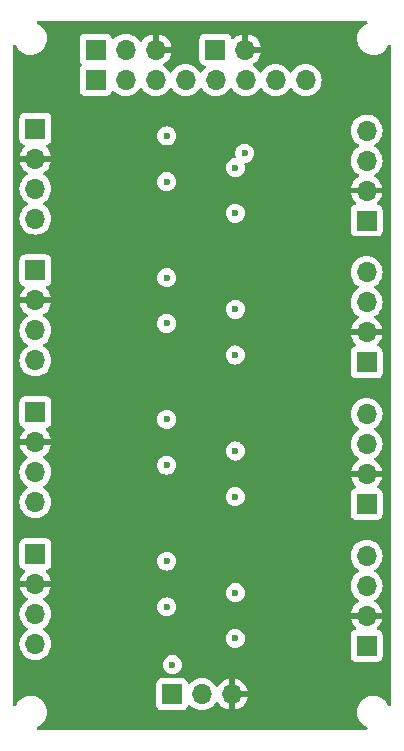
<source format=gbr>
%TF.GenerationSoftware,KiCad,Pcbnew,7.0.2-6a45011f42~172~ubuntu22.04.1*%
%TF.CreationDate,2023-05-19T09:40:27+01:00*%
%TF.ProjectId,octoHX711,6f63746f-4858-4373-9131-2e6b69636164,rev?*%
%TF.SameCoordinates,Original*%
%TF.FileFunction,Copper,L2,Inr*%
%TF.FilePolarity,Positive*%
%FSLAX46Y46*%
G04 Gerber Fmt 4.6, Leading zero omitted, Abs format (unit mm)*
G04 Created by KiCad (PCBNEW 7.0.2-6a45011f42~172~ubuntu22.04.1) date 2023-05-19 09:40:27*
%MOMM*%
%LPD*%
G01*
G04 APERTURE LIST*
%TA.AperFunction,ComponentPad*%
%ADD10R,1.700000X1.700000*%
%TD*%
%TA.AperFunction,ComponentPad*%
%ADD11O,1.700000X1.700000*%
%TD*%
%TA.AperFunction,ViaPad*%
%ADD12C,0.600000*%
%TD*%
G04 APERTURE END LIST*
D10*
%TO.N,/HX711_unit1/e+*%
%TO.C,J1*%
X126895000Y-74115000D03*
D11*
%TO.N,GND*%
X126895000Y-76655000D03*
%TO.N,/HX711_unit1/a-*%
X126895000Y-79195000D03*
%TO.N,/HX711_unit1/a+*%
X126895000Y-81735000D03*
%TD*%
D10*
%TO.N,/HX711_unit4/e+*%
%TO.C,J4*%
X126895000Y-110115000D03*
D11*
%TO.N,GND*%
X126895000Y-112655000D03*
%TO.N,/HX711_unit4/a-*%
X126895000Y-115195000D03*
%TO.N,/HX711_unit4/a+*%
X126895000Y-117735000D03*
%TD*%
D10*
%TO.N,/HX711_unit5/e+*%
%TO.C,J5*%
X154935000Y-117890000D03*
D11*
%TO.N,GND*%
X154935000Y-115350000D03*
%TO.N,/HX711_unit5/a-*%
X154935000Y-112810000D03*
%TO.N,/HX711_unit5/a+*%
X154935000Y-110270000D03*
%TD*%
D10*
%TO.N,/HX711_unit1/Sdat*%
%TO.C,J9*%
X132000000Y-70000000D03*
D11*
%TO.N,/HX711_unit2/Sdat*%
X134540000Y-70000000D03*
%TO.N,/HX711_unit3/Sdat*%
X137080000Y-70000000D03*
%TO.N,/HX711_unit4/Sdat*%
X139620000Y-70000000D03*
%TO.N,/HX711_unit5/Sdat*%
X142160000Y-70000000D03*
%TO.N,/HX711_unit8/Sdat*%
X144700000Y-70000000D03*
%TO.N,/HX711_unit6/Sdat*%
X147240000Y-70000000D03*
%TO.N,/HX711_unit7/Sdat*%
X149780000Y-70000000D03*
%TD*%
D10*
%TO.N,/HX711_unit2/e+*%
%TO.C,J2*%
X126895000Y-86115000D03*
D11*
%TO.N,GND*%
X126895000Y-88655000D03*
%TO.N,/HX711_unit2/a-*%
X126895000Y-91195000D03*
%TO.N,/HX711_unit2/a+*%
X126895000Y-93735000D03*
%TD*%
D10*
%TO.N,VDD*%
%TO.C,J10*%
X132000000Y-67415000D03*
D11*
%TO.N,Sclk*%
X134540000Y-67415000D03*
%TO.N,GND*%
X137080000Y-67415000D03*
%TD*%
D10*
%TO.N,/HX711_unit8/e+*%
%TO.C,J6*%
X154935000Y-105890000D03*
D11*
%TO.N,GND*%
X154935000Y-103350000D03*
%TO.N,/HX711_unit8/a-*%
X154935000Y-100810000D03*
%TO.N,/HX711_unit8/a+*%
X154935000Y-98270000D03*
%TD*%
D10*
%TO.N,VCC*%
%TO.C,J11*%
X142135000Y-67415000D03*
D11*
%TO.N,GND*%
X144675000Y-67415000D03*
%TD*%
D10*
%TO.N,/HX711_unit3/e+*%
%TO.C,J3*%
X126895000Y-98115000D03*
D11*
%TO.N,GND*%
X126895000Y-100655000D03*
%TO.N,/HX711_unit3/a-*%
X126895000Y-103195000D03*
%TO.N,/HX711_unit3/a+*%
X126895000Y-105735000D03*
%TD*%
D10*
%TO.N,/HX711_unit6/e+*%
%TO.C,J7*%
X154935000Y-93890000D03*
D11*
%TO.N,GND*%
X154935000Y-91350000D03*
%TO.N,/HX711_unit6/a-*%
X154935000Y-88810000D03*
%TO.N,/HX711_unit6/a+*%
X154935000Y-86270000D03*
%TD*%
D10*
%TO.N,VDD*%
%TO.C,J12*%
X138460000Y-122000000D03*
D11*
%TO.N,rate*%
X141000000Y-122000000D03*
%TO.N,GND*%
X143540000Y-122000000D03*
%TD*%
D10*
%TO.N,/HX711_unit7/e+*%
%TO.C,J8*%
X154935000Y-81890000D03*
D11*
%TO.N,GND*%
X154935000Y-79350000D03*
%TO.N,/HX711_unit7/a-*%
X154935000Y-76810000D03*
%TO.N,/HX711_unit7/a+*%
X154935000Y-74270000D03*
%TD*%
D12*
%TO.N,GND*%
X129000000Y-72500000D03*
X135695000Y-114255000D03*
X146135000Y-89750000D03*
X143835000Y-115950000D03*
X143835000Y-91950000D03*
X146135000Y-101750000D03*
X143835000Y-103950000D03*
X135695000Y-90255000D03*
X135695000Y-78255000D03*
X137995000Y-112055000D03*
X137995000Y-88055000D03*
X137995000Y-76055000D03*
X146135000Y-113750000D03*
X135695000Y-102255000D03*
X137995000Y-100055000D03*
X143835000Y-79950000D03*
X146135000Y-77750000D03*
%TO.N,VDD*%
X138500000Y-119500000D03*
%TO.N,/HX711_unit1/Sdat*%
X138000000Y-78600000D03*
%TO.N,Sclk*%
X144600000Y-76200000D03*
%TO.N,rate*%
X143816017Y-93276017D03*
X143816017Y-105276017D03*
X138013983Y-86728983D03*
X143816017Y-117276017D03*
X138013983Y-74728983D03*
X143816017Y-81276017D03*
X138013983Y-110728983D03*
X138013983Y-98728983D03*
%TO.N,/HX711_unit2/Sdat*%
X138000000Y-90600000D03*
%TO.N,/HX711_unit3/Sdat*%
X138000000Y-102600000D03*
%TO.N,/HX711_unit4/Sdat*%
X138000000Y-114600000D03*
%TO.N,/HX711_unit6/Sdat*%
X143830000Y-89405000D03*
%TO.N,/HX711_unit5/Sdat*%
X143830000Y-113405000D03*
%TO.N,/HX711_unit8/Sdat*%
X143830000Y-101405000D03*
%TO.N,/HX711_unit7/Sdat*%
X143830000Y-77405000D03*
%TD*%
%TA.AperFunction,Conductor*%
%TO.N,GND*%
G36*
X154955892Y-65030185D02*
G01*
X155001647Y-65082989D01*
X155011591Y-65152147D01*
X154982566Y-65215703D01*
X154944249Y-65245438D01*
X154878811Y-65278113D01*
X154786501Y-65324206D01*
X154603462Y-65457028D01*
X154444670Y-65618041D01*
X154314405Y-65802909D01*
X154216199Y-66006615D01*
X154152701Y-66223670D01*
X154125632Y-66448183D01*
X154125632Y-66448187D01*
X154125632Y-66448189D01*
X154129371Y-66531915D01*
X154135721Y-66674115D01*
X154182696Y-66895325D01*
X154241065Y-67044108D01*
X154265288Y-67105853D01*
X154381263Y-67299999D01*
X154527485Y-67472515D01*
X154700001Y-67618737D01*
X154894147Y-67734712D01*
X155104673Y-67817303D01*
X155325888Y-67864279D01*
X155551811Y-67874368D01*
X155776332Y-67847298D01*
X155993383Y-67783801D01*
X156197093Y-67685593D01*
X156381957Y-67555331D01*
X156542974Y-67396535D01*
X156675793Y-67213500D01*
X156754562Y-67055749D01*
X156802121Y-67004567D01*
X156869803Y-66987221D01*
X156936119Y-67009220D01*
X156980014Y-67063580D01*
X156989500Y-67111146D01*
X156989500Y-122888853D01*
X156969815Y-122955892D01*
X156917011Y-123001647D01*
X156847853Y-123011591D01*
X156784297Y-122982566D01*
X156754561Y-122944248D01*
X156754561Y-122944247D01*
X156675793Y-122786500D01*
X156542974Y-122603465D01*
X156381957Y-122444669D01*
X156197093Y-122314407D01*
X156197092Y-122314406D01*
X156197090Y-122314405D01*
X155993384Y-122216199D01*
X155776329Y-122152701D01*
X155551816Y-122125632D01*
X155551812Y-122125632D01*
X155551811Y-122125632D01*
X155426298Y-122131236D01*
X155325884Y-122135721D01*
X155104674Y-122182696D01*
X154894146Y-122265288D01*
X154700000Y-122381263D01*
X154527485Y-122527485D01*
X154381263Y-122700000D01*
X154265288Y-122894146D01*
X154182696Y-123104674D01*
X154135721Y-123325884D01*
X154125632Y-123551816D01*
X154152701Y-123776329D01*
X154216199Y-123993384D01*
X154314405Y-124197090D01*
X154314406Y-124197092D01*
X154314407Y-124197093D01*
X154444669Y-124381957D01*
X154603465Y-124542974D01*
X154786500Y-124675793D01*
X154944250Y-124754562D01*
X154995433Y-124802121D01*
X155012779Y-124869803D01*
X154990780Y-124936119D01*
X154936420Y-124980014D01*
X154888854Y-124989500D01*
X127111146Y-124989500D01*
X127044107Y-124969815D01*
X126998352Y-124917011D01*
X126988408Y-124847853D01*
X127017433Y-124784297D01*
X127055747Y-124754563D01*
X127213500Y-124675793D01*
X127396535Y-124542974D01*
X127555331Y-124381957D01*
X127685593Y-124197093D01*
X127783801Y-123993383D01*
X127847298Y-123776332D01*
X127874368Y-123551811D01*
X127864279Y-123325888D01*
X127817303Y-123104673D01*
X127734881Y-122894578D01*
X137109500Y-122894578D01*
X137109501Y-122897872D01*
X137109853Y-122901152D01*
X137109854Y-122901159D01*
X137115909Y-122957484D01*
X137128327Y-122990778D01*
X137166204Y-123092331D01*
X137252454Y-123207546D01*
X137367669Y-123293796D01*
X137502517Y-123344091D01*
X137562127Y-123350500D01*
X139357872Y-123350499D01*
X139417483Y-123344091D01*
X139552331Y-123293796D01*
X139667546Y-123207546D01*
X139753796Y-123092331D01*
X139802810Y-122960916D01*
X139844681Y-122904983D01*
X139910146Y-122880566D01*
X139978419Y-122895418D01*
X140006673Y-122916569D01*
X140128599Y-123038495D01*
X140322170Y-123174035D01*
X140536337Y-123273903D01*
X140764592Y-123335063D01*
X141000000Y-123355659D01*
X141235408Y-123335063D01*
X141463663Y-123273903D01*
X141677830Y-123174035D01*
X141871401Y-123038495D01*
X142038495Y-122871401D01*
X142168732Y-122685403D01*
X142223307Y-122641780D01*
X142292805Y-122634586D01*
X142355160Y-122666109D01*
X142371880Y-122685404D01*
X142501893Y-122871081D01*
X142668918Y-123038106D01*
X142862423Y-123173600D01*
X143076509Y-123273430D01*
X143290000Y-123330634D01*
X143290000Y-122435501D01*
X143397685Y-122484680D01*
X143504237Y-122500000D01*
X143575763Y-122500000D01*
X143682315Y-122484680D01*
X143790000Y-122435501D01*
X143790000Y-123330633D01*
X144003490Y-123273430D01*
X144217576Y-123173600D01*
X144411081Y-123038106D01*
X144578106Y-122871081D01*
X144713600Y-122677576D01*
X144813430Y-122463492D01*
X144870636Y-122250000D01*
X143973686Y-122250000D01*
X143999493Y-122209844D01*
X144040000Y-122071889D01*
X144040000Y-121928111D01*
X143999493Y-121790156D01*
X143973686Y-121750000D01*
X144870636Y-121750000D01*
X144870635Y-121749999D01*
X144813430Y-121536507D01*
X144713599Y-121322421D01*
X144578109Y-121128921D01*
X144411081Y-120961893D01*
X144217576Y-120826399D01*
X144003492Y-120726569D01*
X143790000Y-120669364D01*
X143790000Y-121564498D01*
X143682315Y-121515320D01*
X143575763Y-121500000D01*
X143504237Y-121500000D01*
X143397685Y-121515320D01*
X143290000Y-121564498D01*
X143290000Y-120669364D01*
X143289999Y-120669364D01*
X143076507Y-120726569D01*
X142862421Y-120826400D01*
X142668921Y-120961890D01*
X142501893Y-121128918D01*
X142371880Y-121314596D01*
X142317303Y-121358220D01*
X142247804Y-121365413D01*
X142185450Y-121333891D01*
X142168730Y-121314595D01*
X142038494Y-121128598D01*
X141871404Y-120961508D01*
X141871403Y-120961507D01*
X141871401Y-120961505D01*
X141677830Y-120825965D01*
X141463663Y-120726097D01*
X141402501Y-120709709D01*
X141235407Y-120664936D01*
X140999999Y-120644340D01*
X140764592Y-120664936D01*
X140536336Y-120726097D01*
X140322170Y-120825965D01*
X140128601Y-120961503D01*
X140006673Y-121083431D01*
X139945350Y-121116915D01*
X139875658Y-121111931D01*
X139819725Y-121070059D01*
X139802810Y-121039082D01*
X139774019Y-120961890D01*
X139753796Y-120907669D01*
X139667546Y-120792454D01*
X139552331Y-120706204D01*
X139417483Y-120655909D01*
X139357873Y-120649500D01*
X139354550Y-120649500D01*
X137565439Y-120649500D01*
X137565420Y-120649500D01*
X137562128Y-120649501D01*
X137558848Y-120649853D01*
X137558840Y-120649854D01*
X137502515Y-120655909D01*
X137367669Y-120706204D01*
X137252454Y-120792454D01*
X137166204Y-120907668D01*
X137145980Y-120961893D01*
X137115909Y-121042517D01*
X137109500Y-121102127D01*
X137109500Y-121105448D01*
X137109500Y-121105449D01*
X137109500Y-122894560D01*
X137109500Y-122894578D01*
X127734881Y-122894578D01*
X127734712Y-122894147D01*
X127618737Y-122700001D01*
X127472515Y-122527485D01*
X127299999Y-122381263D01*
X127105853Y-122265288D01*
X127050519Y-122243580D01*
X126895325Y-122182696D01*
X126674115Y-122135721D01*
X126598804Y-122132357D01*
X126448189Y-122125632D01*
X126448187Y-122125632D01*
X126448183Y-122125632D01*
X126223670Y-122152701D01*
X126006615Y-122216199D01*
X125802909Y-122314405D01*
X125618041Y-122444670D01*
X125457028Y-122603462D01*
X125324206Y-122786501D01*
X125245439Y-122944247D01*
X125197879Y-122995431D01*
X125130196Y-123012777D01*
X125063880Y-122990778D01*
X125019986Y-122936418D01*
X125010500Y-122888852D01*
X125010500Y-119500000D01*
X137694434Y-119500000D01*
X137714631Y-119679251D01*
X137714631Y-119679253D01*
X137714632Y-119679255D01*
X137774211Y-119849522D01*
X137774212Y-119849523D01*
X137870185Y-120002264D01*
X137997735Y-120129814D01*
X137997737Y-120129815D01*
X137997738Y-120129816D01*
X138150478Y-120225789D01*
X138320745Y-120285368D01*
X138455186Y-120300515D01*
X138499999Y-120305565D01*
X138499999Y-120305564D01*
X138500000Y-120305565D01*
X138679255Y-120285368D01*
X138849522Y-120225789D01*
X139002262Y-120129816D01*
X139129816Y-120002262D01*
X139225789Y-119849522D01*
X139285368Y-119679255D01*
X139305565Y-119500000D01*
X139285368Y-119320745D01*
X139225789Y-119150478D01*
X139129816Y-118997738D01*
X139129815Y-118997737D01*
X139129814Y-118997735D01*
X139002264Y-118870185D01*
X138939867Y-118830979D01*
X138849522Y-118774211D01*
X138679255Y-118714632D01*
X138679253Y-118714631D01*
X138679251Y-118714631D01*
X138500000Y-118694434D01*
X138320748Y-118714631D01*
X138320745Y-118714631D01*
X138320745Y-118714632D01*
X138150478Y-118774211D01*
X138150476Y-118774211D01*
X138150476Y-118774212D01*
X137997735Y-118870185D01*
X137870185Y-118997735D01*
X137774212Y-119150476D01*
X137714631Y-119320748D01*
X137694434Y-119500000D01*
X125010500Y-119500000D01*
X125010500Y-117735000D01*
X125539340Y-117735000D01*
X125559936Y-117970407D01*
X125604709Y-118137502D01*
X125621097Y-118198663D01*
X125720965Y-118412830D01*
X125856505Y-118606401D01*
X126023599Y-118773495D01*
X126217170Y-118909035D01*
X126431337Y-119008903D01*
X126659592Y-119070063D01*
X126894999Y-119090659D01*
X126894999Y-119090658D01*
X126895000Y-119090659D01*
X127130408Y-119070063D01*
X127358663Y-119008903D01*
X127572830Y-118909035D01*
X127766401Y-118773495D01*
X127933495Y-118606401D01*
X128069035Y-118412830D01*
X128168903Y-118198663D01*
X128230063Y-117970408D01*
X128250659Y-117735000D01*
X128230063Y-117499592D01*
X128170157Y-117276016D01*
X143010451Y-117276016D01*
X143030648Y-117455268D01*
X143030648Y-117455270D01*
X143030649Y-117455272D01*
X143090228Y-117625539D01*
X143090229Y-117625540D01*
X143186202Y-117778281D01*
X143313752Y-117905831D01*
X143313754Y-117905832D01*
X143313755Y-117905833D01*
X143466495Y-118001806D01*
X143636762Y-118061385D01*
X143816017Y-118081582D01*
X143995272Y-118061385D01*
X144165539Y-118001806D01*
X144318279Y-117905833D01*
X144445833Y-117778279D01*
X144541806Y-117625539D01*
X144601385Y-117455272D01*
X144621582Y-117276017D01*
X144601385Y-117096762D01*
X144541806Y-116926495D01*
X144445833Y-116773755D01*
X144445832Y-116773754D01*
X144445831Y-116773752D01*
X144318281Y-116646202D01*
X144191555Y-116566575D01*
X144165539Y-116550228D01*
X143995272Y-116490649D01*
X143995270Y-116490648D01*
X143995268Y-116490648D01*
X143816017Y-116470451D01*
X143636765Y-116490648D01*
X143636762Y-116490648D01*
X143636762Y-116490649D01*
X143466495Y-116550228D01*
X143466493Y-116550228D01*
X143466493Y-116550229D01*
X143313752Y-116646202D01*
X143186202Y-116773752D01*
X143129748Y-116863599D01*
X143090228Y-116926495D01*
X143030649Y-117096762D01*
X143030648Y-117096765D01*
X143010451Y-117276016D01*
X128170157Y-117276016D01*
X128168903Y-117271337D01*
X128069035Y-117057171D01*
X127933495Y-116863599D01*
X127766401Y-116696505D01*
X127580839Y-116566573D01*
X127537216Y-116511998D01*
X127530022Y-116442500D01*
X127561545Y-116380145D01*
X127580837Y-116363428D01*
X127766401Y-116233495D01*
X127933495Y-116066401D01*
X128069035Y-115872830D01*
X128168903Y-115658663D01*
X128230063Y-115430408D01*
X128250659Y-115195000D01*
X128230063Y-114959592D01*
X128168903Y-114731337D01*
X128107659Y-114599999D01*
X137194434Y-114599999D01*
X137214631Y-114779251D01*
X137214631Y-114779253D01*
X137214632Y-114779255D01*
X137274211Y-114949522D01*
X137317994Y-115019202D01*
X137370185Y-115102264D01*
X137497735Y-115229814D01*
X137497737Y-115229815D01*
X137497738Y-115229816D01*
X137650478Y-115325789D01*
X137820745Y-115385368D01*
X137955186Y-115400515D01*
X137999999Y-115405565D01*
X137999999Y-115405564D01*
X138000000Y-115405565D01*
X138179255Y-115385368D01*
X138349522Y-115325789D01*
X138502262Y-115229816D01*
X138629816Y-115102262D01*
X138725789Y-114949522D01*
X138785368Y-114779255D01*
X138805565Y-114600000D01*
X138785368Y-114420745D01*
X138725789Y-114250478D01*
X138629816Y-114097738D01*
X138629815Y-114097737D01*
X138629814Y-114097735D01*
X138502264Y-113970185D01*
X138439867Y-113930979D01*
X138349522Y-113874211D01*
X138179255Y-113814632D01*
X138179253Y-113814631D01*
X138179251Y-113814631D01*
X138000000Y-113794434D01*
X137820748Y-113814631D01*
X137820745Y-113814631D01*
X137820745Y-113814632D01*
X137650478Y-113874211D01*
X137650476Y-113874211D01*
X137650476Y-113874212D01*
X137497735Y-113970185D01*
X137370185Y-114097735D01*
X137299290Y-114210565D01*
X137274211Y-114250478D01*
X137252721Y-114311893D01*
X137214631Y-114420748D01*
X137194434Y-114599999D01*
X128107659Y-114599999D01*
X128069035Y-114517171D01*
X127933495Y-114323599D01*
X127766401Y-114156505D01*
X127580402Y-114026267D01*
X127536780Y-113971692D01*
X127529587Y-113902193D01*
X127561109Y-113839839D01*
X127580405Y-113823119D01*
X127766078Y-113693109D01*
X127933106Y-113526081D01*
X128017888Y-113405000D01*
X143024434Y-113405000D01*
X143044631Y-113584251D01*
X143044631Y-113584253D01*
X143044632Y-113584255D01*
X143104211Y-113754522D01*
X143129290Y-113794435D01*
X143200185Y-113907264D01*
X143327735Y-114034814D01*
X143327737Y-114034815D01*
X143327738Y-114034816D01*
X143480478Y-114130789D01*
X143650745Y-114190368D01*
X143830000Y-114210565D01*
X144009255Y-114190368D01*
X144179522Y-114130789D01*
X144332262Y-114034816D01*
X144459816Y-113907262D01*
X144555789Y-113754522D01*
X144615368Y-113584255D01*
X144635565Y-113405000D01*
X144615368Y-113225745D01*
X144555789Y-113055478D01*
X144459816Y-112902738D01*
X144459815Y-112902737D01*
X144459814Y-112902735D01*
X144367078Y-112809999D01*
X153579340Y-112809999D01*
X153599936Y-113045407D01*
X153644709Y-113212501D01*
X153661097Y-113273663D01*
X153760965Y-113487830D01*
X153896505Y-113681401D01*
X154063599Y-113848495D01*
X154249596Y-113978732D01*
X154293219Y-114033307D01*
X154300412Y-114102806D01*
X154268890Y-114165160D01*
X154249595Y-114181880D01*
X154063919Y-114311892D01*
X153896890Y-114478921D01*
X153761400Y-114672421D01*
X153661569Y-114886507D01*
X153604364Y-115099999D01*
X153604364Y-115100000D01*
X154501314Y-115100000D01*
X154475507Y-115140156D01*
X154435000Y-115278111D01*
X154435000Y-115421889D01*
X154475507Y-115559844D01*
X154501314Y-115600000D01*
X153604364Y-115600000D01*
X153661569Y-115813492D01*
X153761399Y-116027576D01*
X153896893Y-116221081D01*
X154018946Y-116343134D01*
X154052431Y-116404457D01*
X154047447Y-116474149D01*
X154005575Y-116530082D01*
X153974599Y-116546997D01*
X153842669Y-116596204D01*
X153727454Y-116682454D01*
X153641204Y-116797668D01*
X153590910Y-116932515D01*
X153590909Y-116932517D01*
X153584500Y-116992127D01*
X153584500Y-116995448D01*
X153584500Y-116995449D01*
X153584500Y-118784560D01*
X153584500Y-118784578D01*
X153584501Y-118787872D01*
X153590909Y-118847483D01*
X153641204Y-118982331D01*
X153727454Y-119097546D01*
X153842669Y-119183796D01*
X153977517Y-119234091D01*
X154037127Y-119240500D01*
X155832872Y-119240499D01*
X155892483Y-119234091D01*
X156027331Y-119183796D01*
X156142546Y-119097546D01*
X156228796Y-118982331D01*
X156279091Y-118847483D01*
X156285500Y-118787873D01*
X156285499Y-116992128D01*
X156279091Y-116932517D01*
X156228796Y-116797669D01*
X156142546Y-116682454D01*
X156027331Y-116596204D01*
X155895399Y-116546996D01*
X155839467Y-116505125D01*
X155815050Y-116439661D01*
X155829902Y-116371388D01*
X155851053Y-116343133D01*
X155973109Y-116221077D01*
X156108600Y-116027576D01*
X156208430Y-115813492D01*
X156265636Y-115600000D01*
X155368686Y-115600000D01*
X155394493Y-115559844D01*
X155435000Y-115421889D01*
X155435000Y-115278111D01*
X155394493Y-115140156D01*
X155368686Y-115100000D01*
X156265636Y-115100000D01*
X156265635Y-115099999D01*
X156208430Y-114886507D01*
X156108599Y-114672421D01*
X155973109Y-114478921D01*
X155806081Y-114311893D01*
X155620404Y-114181880D01*
X155576780Y-114127303D01*
X155569587Y-114057804D01*
X155601109Y-113995450D01*
X155620399Y-113978734D01*
X155806401Y-113848495D01*
X155973495Y-113681401D01*
X156109035Y-113487830D01*
X156208903Y-113273663D01*
X156270063Y-113045408D01*
X156290659Y-112810000D01*
X156274003Y-112619631D01*
X156270063Y-112574592D01*
X156235381Y-112445156D01*
X156208903Y-112346337D01*
X156109035Y-112132171D01*
X155973495Y-111938599D01*
X155806401Y-111771505D01*
X155620839Y-111641573D01*
X155577216Y-111586998D01*
X155570022Y-111517500D01*
X155601545Y-111455145D01*
X155620837Y-111438428D01*
X155806401Y-111308495D01*
X155973495Y-111141401D01*
X156109035Y-110947830D01*
X156208903Y-110733663D01*
X156270063Y-110505408D01*
X156290659Y-110270000D01*
X156270063Y-110034592D01*
X156208903Y-109806337D01*
X156109035Y-109592171D01*
X155973495Y-109398599D01*
X155806401Y-109231505D01*
X155612830Y-109095965D01*
X155398663Y-108996097D01*
X155337502Y-108979709D01*
X155170407Y-108934936D01*
X154935000Y-108914340D01*
X154699592Y-108934936D01*
X154471336Y-108996097D01*
X154257170Y-109095965D01*
X154063598Y-109231505D01*
X153896505Y-109398598D01*
X153760965Y-109592170D01*
X153661097Y-109806336D01*
X153599936Y-110034592D01*
X153579340Y-110270000D01*
X153599936Y-110505407D01*
X153611812Y-110549728D01*
X153661097Y-110733663D01*
X153760965Y-110947830D01*
X153896505Y-111141401D01*
X154063599Y-111308495D01*
X154249160Y-111438426D01*
X154292783Y-111493002D01*
X154299976Y-111562501D01*
X154268454Y-111624855D01*
X154249159Y-111641575D01*
X154063595Y-111771508D01*
X153896505Y-111938598D01*
X153760965Y-112132170D01*
X153661097Y-112346336D01*
X153599936Y-112574592D01*
X153579340Y-112809999D01*
X144367078Y-112809999D01*
X144332264Y-112775185D01*
X144255401Y-112726889D01*
X144179522Y-112679211D01*
X144009255Y-112619632D01*
X144009253Y-112619631D01*
X144009251Y-112619631D01*
X143830000Y-112599434D01*
X143650748Y-112619631D01*
X143650745Y-112619631D01*
X143650745Y-112619632D01*
X143480478Y-112679211D01*
X143480476Y-112679211D01*
X143480476Y-112679212D01*
X143327735Y-112775185D01*
X143200185Y-112902735D01*
X143110539Y-113045407D01*
X143104211Y-113055478D01*
X143069387Y-113155000D01*
X143044631Y-113225748D01*
X143024434Y-113405000D01*
X128017888Y-113405000D01*
X128068600Y-113332576D01*
X128168430Y-113118492D01*
X128225636Y-112905000D01*
X127328686Y-112905000D01*
X127354493Y-112864844D01*
X127395000Y-112726889D01*
X127395000Y-112583111D01*
X127354493Y-112445156D01*
X127328686Y-112405000D01*
X128225636Y-112405000D01*
X128225635Y-112404999D01*
X128168430Y-112191507D01*
X128068599Y-111977421D01*
X127933109Y-111783921D01*
X127811053Y-111661865D01*
X127777568Y-111600542D01*
X127782552Y-111530850D01*
X127824424Y-111474917D01*
X127855397Y-111458004D01*
X127987331Y-111408796D01*
X128102546Y-111322546D01*
X128188796Y-111207331D01*
X128239091Y-111072483D01*
X128245500Y-111012873D01*
X128245500Y-110728983D01*
X137208417Y-110728983D01*
X137228614Y-110908234D01*
X137228614Y-110908236D01*
X137228615Y-110908238D01*
X137288194Y-111078505D01*
X137288195Y-111078506D01*
X137384168Y-111231247D01*
X137511718Y-111358797D01*
X137511720Y-111358798D01*
X137511721Y-111358799D01*
X137664461Y-111454772D01*
X137834728Y-111514351D01*
X138013983Y-111534548D01*
X138193238Y-111514351D01*
X138363505Y-111454772D01*
X138516245Y-111358799D01*
X138643799Y-111231245D01*
X138739772Y-111078505D01*
X138799351Y-110908238D01*
X138819548Y-110728983D01*
X138799351Y-110549728D01*
X138739772Y-110379461D01*
X138643799Y-110226721D01*
X138643798Y-110226720D01*
X138643797Y-110226718D01*
X138516247Y-110099168D01*
X138453850Y-110059962D01*
X138363505Y-110003194D01*
X138193238Y-109943615D01*
X138193236Y-109943614D01*
X138193234Y-109943614D01*
X138013983Y-109923417D01*
X137834731Y-109943614D01*
X137834728Y-109943614D01*
X137834728Y-109943615D01*
X137664461Y-110003194D01*
X137664459Y-110003194D01*
X137664459Y-110003195D01*
X137511718Y-110099168D01*
X137384168Y-110226718D01*
X137288195Y-110379459D01*
X137228614Y-110549731D01*
X137208417Y-110728983D01*
X128245500Y-110728983D01*
X128245499Y-109217128D01*
X128239091Y-109157517D01*
X128188796Y-109022669D01*
X128102546Y-108907454D01*
X127987331Y-108821204D01*
X127852483Y-108770909D01*
X127792873Y-108764500D01*
X127789550Y-108764500D01*
X126000439Y-108764500D01*
X126000420Y-108764500D01*
X125997128Y-108764501D01*
X125993848Y-108764853D01*
X125993840Y-108764854D01*
X125937515Y-108770909D01*
X125802669Y-108821204D01*
X125687454Y-108907454D01*
X125601204Y-109022668D01*
X125550910Y-109157515D01*
X125550909Y-109157517D01*
X125544500Y-109217127D01*
X125544500Y-109220448D01*
X125544500Y-109220449D01*
X125544500Y-111009560D01*
X125544500Y-111009578D01*
X125544501Y-111012872D01*
X125550909Y-111072483D01*
X125601204Y-111207331D01*
X125687454Y-111322546D01*
X125802669Y-111408796D01*
X125934598Y-111458002D01*
X125990532Y-111499873D01*
X126014949Y-111565337D01*
X126000097Y-111633610D01*
X125978947Y-111661865D01*
X125856888Y-111783924D01*
X125721400Y-111977421D01*
X125621569Y-112191507D01*
X125564364Y-112404999D01*
X125564364Y-112405000D01*
X126461314Y-112405000D01*
X126435507Y-112445156D01*
X126395000Y-112583111D01*
X126395000Y-112726889D01*
X126435507Y-112864844D01*
X126461314Y-112905000D01*
X125564364Y-112905000D01*
X125621569Y-113118492D01*
X125721399Y-113332576D01*
X125856893Y-113526081D01*
X126023918Y-113693106D01*
X126209595Y-113823119D01*
X126253219Y-113877696D01*
X126260412Y-113947195D01*
X126228890Y-114009549D01*
X126209595Y-114026269D01*
X126023595Y-114156508D01*
X125856505Y-114323598D01*
X125720965Y-114517170D01*
X125621097Y-114731336D01*
X125559936Y-114959592D01*
X125539340Y-115195000D01*
X125559936Y-115430407D01*
X125594619Y-115559844D01*
X125621097Y-115658663D01*
X125720965Y-115872830D01*
X125856505Y-116066401D01*
X126023599Y-116233495D01*
X126209160Y-116363426D01*
X126252783Y-116418002D01*
X126259976Y-116487501D01*
X126228454Y-116549855D01*
X126209158Y-116566575D01*
X126095440Y-116646202D01*
X126023595Y-116696508D01*
X125856505Y-116863598D01*
X125720965Y-117057170D01*
X125621097Y-117271336D01*
X125559936Y-117499592D01*
X125539340Y-117735000D01*
X125010500Y-117735000D01*
X125010500Y-105734999D01*
X125539340Y-105734999D01*
X125559936Y-105970407D01*
X125604709Y-106137501D01*
X125621097Y-106198663D01*
X125720965Y-106412830D01*
X125856505Y-106606401D01*
X126023599Y-106773495D01*
X126217170Y-106909035D01*
X126431337Y-107008903D01*
X126659592Y-107070063D01*
X126895000Y-107090659D01*
X127130408Y-107070063D01*
X127358663Y-107008903D01*
X127572830Y-106909035D01*
X127766401Y-106773495D01*
X127933495Y-106606401D01*
X128069035Y-106412830D01*
X128168903Y-106198663D01*
X128230063Y-105970408D01*
X128250659Y-105735000D01*
X128230063Y-105499592D01*
X128170157Y-105276016D01*
X143010451Y-105276016D01*
X143030648Y-105455268D01*
X143030648Y-105455270D01*
X143030649Y-105455272D01*
X143090228Y-105625539D01*
X143090229Y-105625540D01*
X143186202Y-105778281D01*
X143313752Y-105905831D01*
X143313754Y-105905832D01*
X143313755Y-105905833D01*
X143466495Y-106001806D01*
X143636762Y-106061385D01*
X143816017Y-106081582D01*
X143995272Y-106061385D01*
X144165539Y-106001806D01*
X144318279Y-105905833D01*
X144445833Y-105778279D01*
X144541806Y-105625539D01*
X144601385Y-105455272D01*
X144621582Y-105276017D01*
X144601385Y-105096762D01*
X144541806Y-104926495D01*
X144445833Y-104773755D01*
X144445832Y-104773754D01*
X144445831Y-104773752D01*
X144318281Y-104646202D01*
X144191555Y-104566575D01*
X144165539Y-104550228D01*
X143995272Y-104490649D01*
X143995270Y-104490648D01*
X143995268Y-104490648D01*
X143816017Y-104470451D01*
X143636765Y-104490648D01*
X143636762Y-104490648D01*
X143636762Y-104490649D01*
X143466495Y-104550228D01*
X143466493Y-104550228D01*
X143466493Y-104550229D01*
X143313752Y-104646202D01*
X143186202Y-104773752D01*
X143129748Y-104863599D01*
X143090228Y-104926495D01*
X143030649Y-105096762D01*
X143030648Y-105096765D01*
X143010451Y-105276016D01*
X128170157Y-105276016D01*
X128168903Y-105271337D01*
X128069035Y-105057171D01*
X127933495Y-104863599D01*
X127766401Y-104696505D01*
X127580839Y-104566573D01*
X127537216Y-104511998D01*
X127530022Y-104442500D01*
X127561545Y-104380145D01*
X127580837Y-104363428D01*
X127766401Y-104233495D01*
X127933495Y-104066401D01*
X128069035Y-103872830D01*
X128168903Y-103658663D01*
X128230063Y-103430408D01*
X128250659Y-103195000D01*
X128242545Y-103102264D01*
X128230063Y-102959592D01*
X128181741Y-102779251D01*
X128168903Y-102731337D01*
X128107659Y-102599999D01*
X137194434Y-102599999D01*
X137214631Y-102779251D01*
X137214631Y-102779253D01*
X137214632Y-102779255D01*
X137274211Y-102949522D01*
X137317994Y-103019202D01*
X137370185Y-103102264D01*
X137497735Y-103229814D01*
X137497737Y-103229815D01*
X137497738Y-103229816D01*
X137650478Y-103325789D01*
X137820745Y-103385368D01*
X137955186Y-103400515D01*
X137999999Y-103405565D01*
X137999999Y-103405564D01*
X138000000Y-103405565D01*
X138179255Y-103385368D01*
X138349522Y-103325789D01*
X138502262Y-103229816D01*
X138629816Y-103102262D01*
X138725789Y-102949522D01*
X138785368Y-102779255D01*
X138805565Y-102600000D01*
X138785368Y-102420745D01*
X138725789Y-102250478D01*
X138629816Y-102097738D01*
X138629815Y-102097737D01*
X138629814Y-102097735D01*
X138502264Y-101970185D01*
X138439867Y-101930978D01*
X138349522Y-101874211D01*
X138179255Y-101814632D01*
X138179253Y-101814631D01*
X138179251Y-101814631D01*
X138000000Y-101794434D01*
X137820748Y-101814631D01*
X137820745Y-101814631D01*
X137820745Y-101814632D01*
X137650478Y-101874211D01*
X137650476Y-101874211D01*
X137650476Y-101874212D01*
X137497735Y-101970185D01*
X137370185Y-102097735D01*
X137299290Y-102210565D01*
X137274211Y-102250478D01*
X137252721Y-102311893D01*
X137214631Y-102420748D01*
X137194434Y-102599999D01*
X128107659Y-102599999D01*
X128069035Y-102517171D01*
X127933495Y-102323599D01*
X127766401Y-102156505D01*
X127580402Y-102026267D01*
X127536780Y-101971692D01*
X127529587Y-101902193D01*
X127561109Y-101839839D01*
X127580405Y-101823119D01*
X127766078Y-101693109D01*
X127933106Y-101526081D01*
X128017888Y-101405000D01*
X143024434Y-101405000D01*
X143044631Y-101584251D01*
X143044631Y-101584253D01*
X143044632Y-101584255D01*
X143104211Y-101754522D01*
X143129290Y-101794435D01*
X143200185Y-101907264D01*
X143327735Y-102034814D01*
X143327737Y-102034815D01*
X143327738Y-102034816D01*
X143480478Y-102130789D01*
X143650745Y-102190368D01*
X143830000Y-102210565D01*
X144009255Y-102190368D01*
X144179522Y-102130789D01*
X144332262Y-102034816D01*
X144459816Y-101907262D01*
X144555789Y-101754522D01*
X144615368Y-101584255D01*
X144635565Y-101405000D01*
X144615368Y-101225745D01*
X144555789Y-101055478D01*
X144459816Y-100902738D01*
X144459815Y-100902737D01*
X144459814Y-100902735D01*
X144367079Y-100810000D01*
X153579340Y-100810000D01*
X153599936Y-101045407D01*
X153644709Y-101212501D01*
X153661097Y-101273663D01*
X153760965Y-101487830D01*
X153896505Y-101681401D01*
X154063599Y-101848495D01*
X154249596Y-101978732D01*
X154293219Y-102033307D01*
X154300412Y-102102806D01*
X154268890Y-102165160D01*
X154249595Y-102181880D01*
X154063919Y-102311892D01*
X153896890Y-102478921D01*
X153761400Y-102672421D01*
X153661569Y-102886507D01*
X153604364Y-103099999D01*
X153604364Y-103100000D01*
X154501314Y-103100000D01*
X154475507Y-103140156D01*
X154435000Y-103278111D01*
X154435000Y-103421889D01*
X154475507Y-103559844D01*
X154501314Y-103600000D01*
X153604364Y-103600000D01*
X153661569Y-103813492D01*
X153761399Y-104027576D01*
X153896893Y-104221081D01*
X154018946Y-104343134D01*
X154052431Y-104404457D01*
X154047447Y-104474149D01*
X154005575Y-104530082D01*
X153974599Y-104546997D01*
X153842669Y-104596204D01*
X153727454Y-104682454D01*
X153641204Y-104797668D01*
X153590910Y-104932515D01*
X153590909Y-104932517D01*
X153584500Y-104992127D01*
X153584500Y-104995448D01*
X153584500Y-104995449D01*
X153584500Y-106784560D01*
X153584500Y-106784578D01*
X153584501Y-106787872D01*
X153590909Y-106847483D01*
X153641204Y-106982331D01*
X153727454Y-107097546D01*
X153842669Y-107183796D01*
X153977517Y-107234091D01*
X154037127Y-107240500D01*
X155832872Y-107240499D01*
X155892483Y-107234091D01*
X156027331Y-107183796D01*
X156142546Y-107097546D01*
X156228796Y-106982331D01*
X156279091Y-106847483D01*
X156285500Y-106787873D01*
X156285499Y-104992128D01*
X156279091Y-104932517D01*
X156228796Y-104797669D01*
X156142546Y-104682454D01*
X156027331Y-104596204D01*
X155895399Y-104546996D01*
X155839467Y-104505125D01*
X155815050Y-104439661D01*
X155829902Y-104371388D01*
X155851053Y-104343133D01*
X155973109Y-104221077D01*
X156108600Y-104027576D01*
X156208430Y-103813492D01*
X156265636Y-103600000D01*
X155368686Y-103600000D01*
X155394493Y-103559844D01*
X155435000Y-103421889D01*
X155435000Y-103278111D01*
X155394493Y-103140156D01*
X155368686Y-103100000D01*
X156265636Y-103100000D01*
X156265635Y-103099999D01*
X156208430Y-102886507D01*
X156108599Y-102672421D01*
X155973109Y-102478921D01*
X155806081Y-102311893D01*
X155620404Y-102181880D01*
X155576780Y-102127303D01*
X155569587Y-102057804D01*
X155601109Y-101995450D01*
X155620399Y-101978734D01*
X155806401Y-101848495D01*
X155973495Y-101681401D01*
X156109035Y-101487830D01*
X156208903Y-101273663D01*
X156270063Y-101045408D01*
X156290659Y-100810000D01*
X156270063Y-100574592D01*
X156208903Y-100346337D01*
X156109035Y-100132171D01*
X155973495Y-99938599D01*
X155806401Y-99771505D01*
X155620839Y-99641573D01*
X155577216Y-99586998D01*
X155570022Y-99517500D01*
X155601545Y-99455145D01*
X155620837Y-99438428D01*
X155806401Y-99308495D01*
X155973495Y-99141401D01*
X156109035Y-98947830D01*
X156208903Y-98733663D01*
X156270063Y-98505408D01*
X156290659Y-98270000D01*
X156286872Y-98226721D01*
X156270063Y-98034592D01*
X156240274Y-97923417D01*
X156208903Y-97806337D01*
X156109035Y-97592171D01*
X155973495Y-97398599D01*
X155806401Y-97231505D01*
X155612830Y-97095965D01*
X155398663Y-96996097D01*
X155337502Y-96979709D01*
X155170407Y-96934936D01*
X154934999Y-96914340D01*
X154699592Y-96934936D01*
X154471336Y-96996097D01*
X154257170Y-97095965D01*
X154063598Y-97231505D01*
X153896505Y-97398598D01*
X153760965Y-97592170D01*
X153661097Y-97806336D01*
X153599936Y-98034592D01*
X153579340Y-98270000D01*
X153599936Y-98505407D01*
X153611812Y-98549728D01*
X153661097Y-98733663D01*
X153760965Y-98947830D01*
X153896505Y-99141401D01*
X154063599Y-99308495D01*
X154249160Y-99438426D01*
X154292783Y-99493002D01*
X154299976Y-99562501D01*
X154268454Y-99624855D01*
X154249159Y-99641575D01*
X154063595Y-99771508D01*
X153896505Y-99938598D01*
X153760965Y-100132170D01*
X153661097Y-100346336D01*
X153599936Y-100574592D01*
X153579340Y-100810000D01*
X144367079Y-100810000D01*
X144332264Y-100775185D01*
X144255401Y-100726889D01*
X144179522Y-100679211D01*
X144009255Y-100619632D01*
X144009253Y-100619631D01*
X144009251Y-100619631D01*
X143830000Y-100599434D01*
X143650748Y-100619631D01*
X143650745Y-100619631D01*
X143650745Y-100619632D01*
X143480478Y-100679211D01*
X143480476Y-100679211D01*
X143480476Y-100679212D01*
X143327735Y-100775185D01*
X143200185Y-100902735D01*
X143110539Y-101045407D01*
X143104211Y-101055478D01*
X143069387Y-101155000D01*
X143044631Y-101225748D01*
X143024434Y-101405000D01*
X128017888Y-101405000D01*
X128068600Y-101332576D01*
X128168430Y-101118492D01*
X128225636Y-100905000D01*
X127328686Y-100905000D01*
X127354493Y-100864844D01*
X127395000Y-100726889D01*
X127395000Y-100583111D01*
X127354493Y-100445156D01*
X127328686Y-100405000D01*
X128225636Y-100405000D01*
X128225635Y-100404999D01*
X128168430Y-100191507D01*
X128068599Y-99977421D01*
X127933109Y-99783921D01*
X127811053Y-99661865D01*
X127777568Y-99600542D01*
X127782552Y-99530850D01*
X127824424Y-99474917D01*
X127855397Y-99458004D01*
X127987331Y-99408796D01*
X128102546Y-99322546D01*
X128188796Y-99207331D01*
X128239091Y-99072483D01*
X128245500Y-99012873D01*
X128245500Y-98728983D01*
X137208417Y-98728983D01*
X137228614Y-98908234D01*
X137228614Y-98908236D01*
X137228615Y-98908238D01*
X137288194Y-99078505D01*
X137288195Y-99078506D01*
X137384168Y-99231247D01*
X137511718Y-99358797D01*
X137511720Y-99358798D01*
X137511721Y-99358799D01*
X137664461Y-99454772D01*
X137834728Y-99514351D01*
X138013983Y-99534548D01*
X138193238Y-99514351D01*
X138363505Y-99454772D01*
X138516245Y-99358799D01*
X138643799Y-99231245D01*
X138739772Y-99078505D01*
X138799351Y-98908238D01*
X138819548Y-98728983D01*
X138799351Y-98549728D01*
X138739772Y-98379461D01*
X138643799Y-98226721D01*
X138643798Y-98226720D01*
X138643797Y-98226718D01*
X138516247Y-98099168D01*
X138453850Y-98059961D01*
X138363505Y-98003194D01*
X138193238Y-97943615D01*
X138193236Y-97943614D01*
X138193234Y-97943614D01*
X138013983Y-97923417D01*
X137834731Y-97943614D01*
X137834728Y-97943614D01*
X137834728Y-97943615D01*
X137664461Y-98003194D01*
X137664459Y-98003194D01*
X137664459Y-98003195D01*
X137511718Y-98099168D01*
X137384168Y-98226718D01*
X137288195Y-98379459D01*
X137228614Y-98549731D01*
X137208417Y-98728983D01*
X128245500Y-98728983D01*
X128245499Y-97217128D01*
X128239091Y-97157517D01*
X128188796Y-97022669D01*
X128102546Y-96907454D01*
X127987331Y-96821204D01*
X127852483Y-96770909D01*
X127792873Y-96764500D01*
X127789550Y-96764500D01*
X126000439Y-96764500D01*
X126000420Y-96764500D01*
X125997128Y-96764501D01*
X125993848Y-96764853D01*
X125993840Y-96764854D01*
X125937515Y-96770909D01*
X125802669Y-96821204D01*
X125687454Y-96907454D01*
X125601204Y-97022668D01*
X125550910Y-97157515D01*
X125550909Y-97157517D01*
X125544500Y-97217127D01*
X125544500Y-97220448D01*
X125544500Y-97220449D01*
X125544500Y-99009560D01*
X125544500Y-99009578D01*
X125544501Y-99012872D01*
X125550909Y-99072483D01*
X125601204Y-99207331D01*
X125687454Y-99322546D01*
X125802669Y-99408796D01*
X125934598Y-99458002D01*
X125990532Y-99499873D01*
X126014949Y-99565337D01*
X126000097Y-99633610D01*
X125978947Y-99661865D01*
X125856888Y-99783924D01*
X125721400Y-99977421D01*
X125621569Y-100191507D01*
X125564364Y-100404999D01*
X125564364Y-100405000D01*
X126461314Y-100405000D01*
X126435507Y-100445156D01*
X126395000Y-100583111D01*
X126395000Y-100726889D01*
X126435507Y-100864844D01*
X126461314Y-100905000D01*
X125564364Y-100905000D01*
X125621569Y-101118492D01*
X125721399Y-101332576D01*
X125856893Y-101526081D01*
X126023918Y-101693106D01*
X126209595Y-101823119D01*
X126253219Y-101877696D01*
X126260412Y-101947195D01*
X126228890Y-102009549D01*
X126209595Y-102026269D01*
X126023595Y-102156508D01*
X125856505Y-102323598D01*
X125720965Y-102517170D01*
X125621097Y-102731336D01*
X125559936Y-102959592D01*
X125539340Y-103194999D01*
X125559936Y-103430407D01*
X125594619Y-103559844D01*
X125621097Y-103658663D01*
X125720965Y-103872830D01*
X125856505Y-104066401D01*
X126023599Y-104233495D01*
X126209160Y-104363426D01*
X126252783Y-104418002D01*
X126259976Y-104487501D01*
X126228454Y-104549855D01*
X126209158Y-104566575D01*
X126095440Y-104646202D01*
X126023595Y-104696508D01*
X125856505Y-104863598D01*
X125720965Y-105057170D01*
X125621097Y-105271336D01*
X125559936Y-105499592D01*
X125539340Y-105734999D01*
X125010500Y-105734999D01*
X125010500Y-93735000D01*
X125539340Y-93735000D01*
X125559936Y-93970407D01*
X125604709Y-94137501D01*
X125621097Y-94198663D01*
X125720965Y-94412830D01*
X125856505Y-94606401D01*
X126023599Y-94773495D01*
X126217170Y-94909035D01*
X126431337Y-95008903D01*
X126659592Y-95070063D01*
X126895000Y-95090659D01*
X127130408Y-95070063D01*
X127358663Y-95008903D01*
X127572830Y-94909035D01*
X127766401Y-94773495D01*
X127933495Y-94606401D01*
X128069035Y-94412830D01*
X128168903Y-94198663D01*
X128230063Y-93970408D01*
X128250659Y-93735000D01*
X128230063Y-93499592D01*
X128170157Y-93276016D01*
X143010451Y-93276016D01*
X143030648Y-93455268D01*
X143030648Y-93455270D01*
X143030649Y-93455272D01*
X143090228Y-93625539D01*
X143090229Y-93625540D01*
X143186202Y-93778281D01*
X143313752Y-93905831D01*
X143313754Y-93905832D01*
X143313755Y-93905833D01*
X143466495Y-94001806D01*
X143636762Y-94061385D01*
X143816017Y-94081582D01*
X143995272Y-94061385D01*
X144165539Y-94001806D01*
X144318279Y-93905833D01*
X144445833Y-93778279D01*
X144541806Y-93625539D01*
X144601385Y-93455272D01*
X144621582Y-93276017D01*
X144601385Y-93096762D01*
X144541806Y-92926495D01*
X144445833Y-92773755D01*
X144445832Y-92773754D01*
X144445831Y-92773752D01*
X144318281Y-92646202D01*
X144191555Y-92566575D01*
X144165539Y-92550228D01*
X143995272Y-92490649D01*
X143995270Y-92490648D01*
X143995268Y-92490648D01*
X143816017Y-92470451D01*
X143636765Y-92490648D01*
X143636762Y-92490648D01*
X143636762Y-92490649D01*
X143466495Y-92550228D01*
X143466493Y-92550228D01*
X143466493Y-92550229D01*
X143313752Y-92646202D01*
X143186202Y-92773752D01*
X143129748Y-92863599D01*
X143090228Y-92926495D01*
X143030649Y-93096762D01*
X143030648Y-93096765D01*
X143010451Y-93276016D01*
X128170157Y-93276016D01*
X128168903Y-93271337D01*
X128069035Y-93057171D01*
X127933495Y-92863599D01*
X127766401Y-92696505D01*
X127580839Y-92566573D01*
X127537216Y-92511998D01*
X127530022Y-92442500D01*
X127561545Y-92380145D01*
X127580837Y-92363428D01*
X127766401Y-92233495D01*
X127933495Y-92066401D01*
X128069035Y-91872830D01*
X128168903Y-91658663D01*
X128230063Y-91430408D01*
X128250659Y-91195000D01*
X128242545Y-91102264D01*
X128230063Y-90959592D01*
X128181741Y-90779251D01*
X128168903Y-90731337D01*
X128107659Y-90599999D01*
X137194434Y-90599999D01*
X137214631Y-90779251D01*
X137214631Y-90779253D01*
X137214632Y-90779255D01*
X137274211Y-90949522D01*
X137317994Y-91019202D01*
X137370185Y-91102264D01*
X137497735Y-91229814D01*
X137497737Y-91229815D01*
X137497738Y-91229816D01*
X137650478Y-91325789D01*
X137820745Y-91385368D01*
X138000000Y-91405565D01*
X138179255Y-91385368D01*
X138349522Y-91325789D01*
X138502262Y-91229816D01*
X138629816Y-91102262D01*
X138725789Y-90949522D01*
X138785368Y-90779255D01*
X138805565Y-90600000D01*
X138785368Y-90420745D01*
X138725789Y-90250478D01*
X138629816Y-90097738D01*
X138629815Y-90097737D01*
X138629814Y-90097735D01*
X138502264Y-89970185D01*
X138439867Y-89930979D01*
X138349522Y-89874211D01*
X138179255Y-89814632D01*
X138179253Y-89814631D01*
X138179251Y-89814631D01*
X138000000Y-89794434D01*
X137820748Y-89814631D01*
X137820745Y-89814631D01*
X137820745Y-89814632D01*
X137650478Y-89874211D01*
X137650476Y-89874211D01*
X137650476Y-89874212D01*
X137497735Y-89970185D01*
X137370185Y-90097735D01*
X137299290Y-90210565D01*
X137274211Y-90250478D01*
X137252721Y-90311893D01*
X137214631Y-90420748D01*
X137194434Y-90599999D01*
X128107659Y-90599999D01*
X128069035Y-90517171D01*
X127933495Y-90323599D01*
X127766401Y-90156505D01*
X127580402Y-90026267D01*
X127536780Y-89971692D01*
X127529587Y-89902193D01*
X127561109Y-89839839D01*
X127580405Y-89823119D01*
X127766078Y-89693109D01*
X127933106Y-89526081D01*
X128017888Y-89405000D01*
X143024434Y-89405000D01*
X143044631Y-89584251D01*
X143044631Y-89584253D01*
X143044632Y-89584255D01*
X143104211Y-89754522D01*
X143129290Y-89794435D01*
X143200185Y-89907264D01*
X143327735Y-90034814D01*
X143327737Y-90034815D01*
X143327738Y-90034816D01*
X143480478Y-90130789D01*
X143650745Y-90190368D01*
X143830000Y-90210565D01*
X144009255Y-90190368D01*
X144179522Y-90130789D01*
X144332262Y-90034816D01*
X144459816Y-89907262D01*
X144555789Y-89754522D01*
X144615368Y-89584255D01*
X144635565Y-89405000D01*
X144615368Y-89225745D01*
X144555789Y-89055478D01*
X144459816Y-88902738D01*
X144459815Y-88902737D01*
X144459814Y-88902735D01*
X144367078Y-88809999D01*
X153579340Y-88809999D01*
X153599936Y-89045407D01*
X153644709Y-89212501D01*
X153661097Y-89273663D01*
X153760965Y-89487830D01*
X153896505Y-89681401D01*
X154063599Y-89848495D01*
X154249596Y-89978732D01*
X154293219Y-90033307D01*
X154300412Y-90102806D01*
X154268890Y-90165160D01*
X154249595Y-90181880D01*
X154063919Y-90311892D01*
X153896890Y-90478921D01*
X153761400Y-90672421D01*
X153661569Y-90886507D01*
X153604364Y-91099999D01*
X153604364Y-91100000D01*
X154501314Y-91100000D01*
X154475507Y-91140156D01*
X154435000Y-91278111D01*
X154435000Y-91421889D01*
X154475507Y-91559844D01*
X154501314Y-91600000D01*
X153604364Y-91600000D01*
X153661569Y-91813492D01*
X153761399Y-92027576D01*
X153896893Y-92221081D01*
X154018946Y-92343134D01*
X154052431Y-92404457D01*
X154047447Y-92474149D01*
X154005575Y-92530082D01*
X153974599Y-92546997D01*
X153842669Y-92596204D01*
X153727454Y-92682454D01*
X153641204Y-92797668D01*
X153590910Y-92932515D01*
X153590909Y-92932517D01*
X153584500Y-92992127D01*
X153584500Y-92995448D01*
X153584500Y-92995449D01*
X153584500Y-94784560D01*
X153584500Y-94784578D01*
X153584501Y-94787872D01*
X153590909Y-94847483D01*
X153641204Y-94982331D01*
X153727454Y-95097546D01*
X153842669Y-95183796D01*
X153977517Y-95234091D01*
X154037127Y-95240500D01*
X155832872Y-95240499D01*
X155892483Y-95234091D01*
X156027331Y-95183796D01*
X156142546Y-95097546D01*
X156228796Y-94982331D01*
X156279091Y-94847483D01*
X156285500Y-94787873D01*
X156285499Y-92992128D01*
X156279091Y-92932517D01*
X156228796Y-92797669D01*
X156142546Y-92682454D01*
X156027331Y-92596204D01*
X155895399Y-92546996D01*
X155839467Y-92505125D01*
X155815050Y-92439661D01*
X155829902Y-92371388D01*
X155851053Y-92343133D01*
X155973109Y-92221077D01*
X156108600Y-92027576D01*
X156208430Y-91813492D01*
X156265636Y-91600000D01*
X155368686Y-91600000D01*
X155394493Y-91559844D01*
X155435000Y-91421889D01*
X155435000Y-91278111D01*
X155394493Y-91140156D01*
X155368686Y-91100000D01*
X156265636Y-91100000D01*
X156265635Y-91099999D01*
X156208430Y-90886507D01*
X156108599Y-90672421D01*
X155973109Y-90478921D01*
X155806081Y-90311893D01*
X155620404Y-90181880D01*
X155576780Y-90127303D01*
X155569587Y-90057804D01*
X155601109Y-89995450D01*
X155620399Y-89978734D01*
X155806401Y-89848495D01*
X155973495Y-89681401D01*
X156109035Y-89487830D01*
X156208903Y-89273663D01*
X156270063Y-89045408D01*
X156290659Y-88810000D01*
X156274003Y-88619631D01*
X156270063Y-88574592D01*
X156235381Y-88445156D01*
X156208903Y-88346337D01*
X156109035Y-88132171D01*
X155973495Y-87938599D01*
X155806401Y-87771505D01*
X155620839Y-87641573D01*
X155577216Y-87586998D01*
X155570022Y-87517500D01*
X155601545Y-87455145D01*
X155620837Y-87438428D01*
X155806401Y-87308495D01*
X155973495Y-87141401D01*
X156109035Y-86947830D01*
X156208903Y-86733663D01*
X156270063Y-86505408D01*
X156290659Y-86270000D01*
X156270063Y-86034592D01*
X156208903Y-85806337D01*
X156109035Y-85592171D01*
X155973495Y-85398599D01*
X155806401Y-85231505D01*
X155612830Y-85095965D01*
X155398663Y-84996097D01*
X155337502Y-84979709D01*
X155170407Y-84934936D01*
X154934999Y-84914340D01*
X154699592Y-84934936D01*
X154471336Y-84996097D01*
X154257170Y-85095965D01*
X154063598Y-85231505D01*
X153896505Y-85398598D01*
X153760965Y-85592170D01*
X153661097Y-85806336D01*
X153599936Y-86034592D01*
X153579340Y-86270000D01*
X153599936Y-86505407D01*
X153611812Y-86549728D01*
X153661097Y-86733663D01*
X153760965Y-86947830D01*
X153896505Y-87141401D01*
X154063599Y-87308495D01*
X154249160Y-87438426D01*
X154292783Y-87493002D01*
X154299976Y-87562501D01*
X154268454Y-87624855D01*
X154249159Y-87641575D01*
X154063595Y-87771508D01*
X153896505Y-87938598D01*
X153760965Y-88132170D01*
X153661097Y-88346336D01*
X153599936Y-88574592D01*
X153579340Y-88809999D01*
X144367078Y-88809999D01*
X144332264Y-88775185D01*
X144255401Y-88726889D01*
X144179522Y-88679211D01*
X144009255Y-88619632D01*
X144009253Y-88619631D01*
X144009251Y-88619631D01*
X143830000Y-88599434D01*
X143650748Y-88619631D01*
X143650745Y-88619631D01*
X143650745Y-88619632D01*
X143480478Y-88679211D01*
X143480476Y-88679211D01*
X143480476Y-88679212D01*
X143327735Y-88775185D01*
X143200185Y-88902735D01*
X143110539Y-89045407D01*
X143104211Y-89055478D01*
X143069387Y-89155000D01*
X143044631Y-89225748D01*
X143024434Y-89405000D01*
X128017888Y-89405000D01*
X128068600Y-89332576D01*
X128168430Y-89118492D01*
X128225636Y-88905000D01*
X127328686Y-88905000D01*
X127354493Y-88864844D01*
X127395000Y-88726889D01*
X127395000Y-88583111D01*
X127354493Y-88445156D01*
X127328686Y-88405000D01*
X128225636Y-88405000D01*
X128225635Y-88404999D01*
X128168430Y-88191507D01*
X128068599Y-87977421D01*
X127933109Y-87783921D01*
X127811053Y-87661865D01*
X127777568Y-87600542D01*
X127782552Y-87530850D01*
X127824424Y-87474917D01*
X127855397Y-87458004D01*
X127987331Y-87408796D01*
X128102546Y-87322546D01*
X128188796Y-87207331D01*
X128239091Y-87072483D01*
X128245500Y-87012873D01*
X128245500Y-86728983D01*
X137208417Y-86728983D01*
X137228614Y-86908234D01*
X137228614Y-86908236D01*
X137228615Y-86908238D01*
X137288194Y-87078505D01*
X137288195Y-87078506D01*
X137384168Y-87231247D01*
X137511718Y-87358797D01*
X137511720Y-87358798D01*
X137511721Y-87358799D01*
X137664461Y-87454772D01*
X137834728Y-87514351D01*
X138013983Y-87534548D01*
X138193238Y-87514351D01*
X138363505Y-87454772D01*
X138516245Y-87358799D01*
X138643799Y-87231245D01*
X138739772Y-87078505D01*
X138799351Y-86908238D01*
X138819548Y-86728983D01*
X138799351Y-86549728D01*
X138739772Y-86379461D01*
X138643799Y-86226721D01*
X138643798Y-86226720D01*
X138643797Y-86226718D01*
X138516247Y-86099168D01*
X138453850Y-86059961D01*
X138363505Y-86003194D01*
X138193238Y-85943615D01*
X138193236Y-85943614D01*
X138193234Y-85943614D01*
X138013983Y-85923417D01*
X137834731Y-85943614D01*
X137834728Y-85943614D01*
X137834728Y-85943615D01*
X137664461Y-86003194D01*
X137664459Y-86003194D01*
X137664459Y-86003195D01*
X137511718Y-86099168D01*
X137384168Y-86226718D01*
X137288195Y-86379459D01*
X137228614Y-86549731D01*
X137208417Y-86728983D01*
X128245500Y-86728983D01*
X128245499Y-85217128D01*
X128239091Y-85157517D01*
X128188796Y-85022669D01*
X128102546Y-84907454D01*
X127987331Y-84821204D01*
X127852483Y-84770909D01*
X127792873Y-84764500D01*
X127789550Y-84764500D01*
X126000439Y-84764500D01*
X126000420Y-84764500D01*
X125997128Y-84764501D01*
X125993848Y-84764853D01*
X125993840Y-84764854D01*
X125937515Y-84770909D01*
X125802669Y-84821204D01*
X125687454Y-84907454D01*
X125601204Y-85022668D01*
X125550910Y-85157515D01*
X125550909Y-85157517D01*
X125544500Y-85217127D01*
X125544500Y-85220448D01*
X125544500Y-85220449D01*
X125544500Y-87009560D01*
X125544500Y-87009578D01*
X125544501Y-87012872D01*
X125550909Y-87072483D01*
X125601204Y-87207331D01*
X125687454Y-87322546D01*
X125802669Y-87408796D01*
X125934598Y-87458002D01*
X125990532Y-87499873D01*
X126014949Y-87565337D01*
X126000097Y-87633610D01*
X125978947Y-87661865D01*
X125856888Y-87783924D01*
X125721400Y-87977421D01*
X125621569Y-88191507D01*
X125564364Y-88404999D01*
X125564364Y-88405000D01*
X126461314Y-88405000D01*
X126435507Y-88445156D01*
X126395000Y-88583111D01*
X126395000Y-88726889D01*
X126435507Y-88864844D01*
X126461314Y-88905000D01*
X125564364Y-88905000D01*
X125621569Y-89118492D01*
X125721399Y-89332576D01*
X125856893Y-89526081D01*
X126023918Y-89693106D01*
X126209595Y-89823119D01*
X126253219Y-89877696D01*
X126260412Y-89947195D01*
X126228890Y-90009549D01*
X126209595Y-90026269D01*
X126023595Y-90156508D01*
X125856505Y-90323598D01*
X125720965Y-90517170D01*
X125621097Y-90731336D01*
X125559936Y-90959592D01*
X125539340Y-91194999D01*
X125559936Y-91430407D01*
X125594619Y-91559844D01*
X125621097Y-91658663D01*
X125720965Y-91872830D01*
X125856505Y-92066401D01*
X126023599Y-92233495D01*
X126209160Y-92363426D01*
X126252783Y-92418002D01*
X126259976Y-92487501D01*
X126228454Y-92549855D01*
X126209158Y-92566575D01*
X126095440Y-92646202D01*
X126023595Y-92696508D01*
X125856505Y-92863598D01*
X125720965Y-93057170D01*
X125621097Y-93271336D01*
X125559936Y-93499592D01*
X125539340Y-93735000D01*
X125010500Y-93735000D01*
X125010500Y-81735000D01*
X125539340Y-81735000D01*
X125559936Y-81970407D01*
X125604709Y-82137502D01*
X125621097Y-82198663D01*
X125720965Y-82412830D01*
X125856505Y-82606401D01*
X126023599Y-82773495D01*
X126217170Y-82909035D01*
X126431337Y-83008903D01*
X126659591Y-83070063D01*
X126659592Y-83070063D01*
X126894999Y-83090659D01*
X126894999Y-83090658D01*
X126895000Y-83090659D01*
X127130408Y-83070063D01*
X127358663Y-83008903D01*
X127572830Y-82909035D01*
X127766401Y-82773495D01*
X127933495Y-82606401D01*
X128069035Y-82412830D01*
X128168903Y-82198663D01*
X128230063Y-81970408D01*
X128250659Y-81735000D01*
X128230063Y-81499592D01*
X128170157Y-81276016D01*
X143010451Y-81276016D01*
X143030648Y-81455268D01*
X143030648Y-81455270D01*
X143030649Y-81455272D01*
X143090228Y-81625539D01*
X143090229Y-81625540D01*
X143186202Y-81778281D01*
X143313752Y-81905831D01*
X143313754Y-81905832D01*
X143313755Y-81905833D01*
X143466495Y-82001806D01*
X143636762Y-82061385D01*
X143816017Y-82081582D01*
X143995272Y-82061385D01*
X144165539Y-82001806D01*
X144318279Y-81905833D01*
X144445833Y-81778279D01*
X144541806Y-81625539D01*
X144601385Y-81455272D01*
X144621582Y-81276017D01*
X144601385Y-81096762D01*
X144541806Y-80926495D01*
X144445833Y-80773755D01*
X144445832Y-80773754D01*
X144445831Y-80773752D01*
X144318281Y-80646202D01*
X144191555Y-80566575D01*
X144165539Y-80550228D01*
X143995272Y-80490649D01*
X143995270Y-80490648D01*
X143995268Y-80490648D01*
X143816017Y-80470451D01*
X143636765Y-80490648D01*
X143636762Y-80490648D01*
X143636762Y-80490649D01*
X143466495Y-80550228D01*
X143466493Y-80550228D01*
X143466493Y-80550229D01*
X143313752Y-80646202D01*
X143186202Y-80773752D01*
X143129748Y-80863599D01*
X143090228Y-80926495D01*
X143030649Y-81096762D01*
X143030648Y-81096765D01*
X143010451Y-81276016D01*
X128170157Y-81276016D01*
X128168903Y-81271337D01*
X128069035Y-81057171D01*
X127933495Y-80863599D01*
X127766401Y-80696505D01*
X127580839Y-80566573D01*
X127537216Y-80511998D01*
X127530022Y-80442500D01*
X127561545Y-80380145D01*
X127580837Y-80363428D01*
X127766401Y-80233495D01*
X127933495Y-80066401D01*
X128069035Y-79872830D01*
X128168903Y-79658663D01*
X128230063Y-79430408D01*
X128250659Y-79195000D01*
X128230063Y-78959592D01*
X128168903Y-78731337D01*
X128107659Y-78599999D01*
X137194434Y-78599999D01*
X137214631Y-78779251D01*
X137214631Y-78779253D01*
X137214632Y-78779255D01*
X137274211Y-78949522D01*
X137317994Y-79019202D01*
X137370185Y-79102264D01*
X137497735Y-79229814D01*
X137497737Y-79229815D01*
X137497738Y-79229816D01*
X137650478Y-79325789D01*
X137820745Y-79385368D01*
X138000000Y-79405565D01*
X138179255Y-79385368D01*
X138349522Y-79325789D01*
X138502262Y-79229816D01*
X138629816Y-79102262D01*
X138725789Y-78949522D01*
X138785368Y-78779255D01*
X138805565Y-78600000D01*
X138785368Y-78420745D01*
X138725789Y-78250478D01*
X138629816Y-78097738D01*
X138629815Y-78097737D01*
X138629814Y-78097735D01*
X138502264Y-77970185D01*
X138439867Y-77930979D01*
X138349522Y-77874211D01*
X138179255Y-77814632D01*
X138179253Y-77814631D01*
X138179251Y-77814631D01*
X138000000Y-77794434D01*
X137820748Y-77814631D01*
X137820745Y-77814631D01*
X137820745Y-77814632D01*
X137650478Y-77874211D01*
X137650476Y-77874211D01*
X137650476Y-77874212D01*
X137497735Y-77970185D01*
X137370185Y-78097735D01*
X137299290Y-78210565D01*
X137274211Y-78250478D01*
X137252721Y-78311893D01*
X137214631Y-78420748D01*
X137194434Y-78599999D01*
X128107659Y-78599999D01*
X128069035Y-78517171D01*
X127933495Y-78323599D01*
X127766401Y-78156505D01*
X127580402Y-78026267D01*
X127536780Y-77971692D01*
X127529587Y-77902193D01*
X127561109Y-77839839D01*
X127580405Y-77823119D01*
X127766078Y-77693109D01*
X127933106Y-77526081D01*
X128017888Y-77405000D01*
X143024434Y-77405000D01*
X143044631Y-77584251D01*
X143044631Y-77584253D01*
X143044632Y-77584255D01*
X143104211Y-77754522D01*
X143129290Y-77794435D01*
X143200185Y-77907264D01*
X143327735Y-78034814D01*
X143327737Y-78034815D01*
X143327738Y-78034816D01*
X143480478Y-78130789D01*
X143650745Y-78190368D01*
X143830000Y-78210565D01*
X144009255Y-78190368D01*
X144179522Y-78130789D01*
X144332262Y-78034816D01*
X144459816Y-77907262D01*
X144555789Y-77754522D01*
X144615368Y-77584255D01*
X144635565Y-77405000D01*
X144615368Y-77225745D01*
X144592017Y-77159014D01*
X144588457Y-77089237D01*
X144623186Y-77028609D01*
X144685179Y-76996382D01*
X144695171Y-76994841D01*
X144779255Y-76985368D01*
X144949522Y-76925789D01*
X145102262Y-76829816D01*
X145122079Y-76809999D01*
X153579340Y-76809999D01*
X153599936Y-77045407D01*
X153644709Y-77212501D01*
X153661097Y-77273663D01*
X153760965Y-77487830D01*
X153896505Y-77681401D01*
X154063599Y-77848495D01*
X154249596Y-77978732D01*
X154293219Y-78033307D01*
X154300412Y-78102806D01*
X154268890Y-78165160D01*
X154249595Y-78181880D01*
X154063919Y-78311892D01*
X153896890Y-78478921D01*
X153761400Y-78672421D01*
X153661569Y-78886507D01*
X153604364Y-79099999D01*
X153604364Y-79100000D01*
X154501314Y-79100000D01*
X154475507Y-79140156D01*
X154435000Y-79278111D01*
X154435000Y-79421889D01*
X154475507Y-79559844D01*
X154501314Y-79600000D01*
X153604364Y-79600000D01*
X153661569Y-79813492D01*
X153761399Y-80027576D01*
X153896893Y-80221081D01*
X154018946Y-80343134D01*
X154052431Y-80404457D01*
X154047447Y-80474149D01*
X154005575Y-80530082D01*
X153974599Y-80546997D01*
X153842669Y-80596204D01*
X153727454Y-80682454D01*
X153641204Y-80797668D01*
X153590910Y-80932515D01*
X153590909Y-80932517D01*
X153584500Y-80992127D01*
X153584500Y-80995448D01*
X153584500Y-80995449D01*
X153584500Y-82784560D01*
X153584500Y-82784578D01*
X153584501Y-82787872D01*
X153590909Y-82847483D01*
X153641204Y-82982331D01*
X153727454Y-83097546D01*
X153842669Y-83183796D01*
X153977517Y-83234091D01*
X154037127Y-83240500D01*
X155832872Y-83240499D01*
X155892483Y-83234091D01*
X156027331Y-83183796D01*
X156142546Y-83097546D01*
X156228796Y-82982331D01*
X156279091Y-82847483D01*
X156285500Y-82787873D01*
X156285499Y-80992128D01*
X156279091Y-80932517D01*
X156228796Y-80797669D01*
X156142546Y-80682454D01*
X156027331Y-80596204D01*
X155895399Y-80546996D01*
X155839467Y-80505125D01*
X155815050Y-80439661D01*
X155829902Y-80371388D01*
X155851053Y-80343133D01*
X155973109Y-80221077D01*
X156108600Y-80027576D01*
X156208430Y-79813492D01*
X156265636Y-79600000D01*
X155368686Y-79600000D01*
X155394493Y-79559844D01*
X155435000Y-79421889D01*
X155435000Y-79278111D01*
X155394493Y-79140156D01*
X155368686Y-79100000D01*
X156265636Y-79100000D01*
X156265635Y-79099999D01*
X156208430Y-78886507D01*
X156108599Y-78672421D01*
X155973109Y-78478921D01*
X155806081Y-78311893D01*
X155620404Y-78181880D01*
X155576780Y-78127303D01*
X155569587Y-78057804D01*
X155601109Y-77995450D01*
X155620399Y-77978734D01*
X155806401Y-77848495D01*
X155973495Y-77681401D01*
X156109035Y-77487830D01*
X156208903Y-77273663D01*
X156270063Y-77045408D01*
X156290659Y-76810000D01*
X156274003Y-76619631D01*
X156270063Y-76574592D01*
X156235381Y-76445156D01*
X156208903Y-76346337D01*
X156109035Y-76132171D01*
X155973495Y-75938599D01*
X155806401Y-75771505D01*
X155620839Y-75641573D01*
X155577216Y-75586998D01*
X155570022Y-75517500D01*
X155601545Y-75455145D01*
X155620837Y-75438428D01*
X155806401Y-75308495D01*
X155973495Y-75141401D01*
X156109035Y-74947830D01*
X156208903Y-74733663D01*
X156270063Y-74505408D01*
X156290659Y-74270000D01*
X156286872Y-74226721D01*
X156270063Y-74034592D01*
X156240274Y-73923417D01*
X156208903Y-73806337D01*
X156109035Y-73592171D01*
X155973495Y-73398599D01*
X155806401Y-73231505D01*
X155612830Y-73095965D01*
X155398663Y-72996097D01*
X155337502Y-72979709D01*
X155170407Y-72934936D01*
X154934999Y-72914340D01*
X154699592Y-72934936D01*
X154471336Y-72996097D01*
X154257170Y-73095965D01*
X154063598Y-73231505D01*
X153896505Y-73398598D01*
X153760965Y-73592170D01*
X153661097Y-73806336D01*
X153599936Y-74034592D01*
X153579340Y-74269999D01*
X153599936Y-74505407D01*
X153611812Y-74549728D01*
X153661097Y-74733663D01*
X153760965Y-74947830D01*
X153896505Y-75141401D01*
X154063599Y-75308495D01*
X154249160Y-75438426D01*
X154292783Y-75493002D01*
X154299976Y-75562501D01*
X154268454Y-75624855D01*
X154249159Y-75641575D01*
X154063595Y-75771508D01*
X153896505Y-75938598D01*
X153760965Y-76132170D01*
X153661097Y-76346336D01*
X153599936Y-76574592D01*
X153579340Y-76809999D01*
X145122079Y-76809999D01*
X145229816Y-76702262D01*
X145325789Y-76549522D01*
X145385368Y-76379255D01*
X145405565Y-76200000D01*
X145385368Y-76020745D01*
X145325789Y-75850478D01*
X145229816Y-75697738D01*
X145229815Y-75697737D01*
X145229814Y-75697735D01*
X145102264Y-75570185D01*
X145013404Y-75514351D01*
X144949522Y-75474211D01*
X144779255Y-75414632D01*
X144779253Y-75414631D01*
X144779251Y-75414631D01*
X144600000Y-75394434D01*
X144420748Y-75414631D01*
X144420745Y-75414631D01*
X144420745Y-75414632D01*
X144250478Y-75474211D01*
X144250476Y-75474211D01*
X144250476Y-75474212D01*
X144097735Y-75570185D01*
X143970185Y-75697735D01*
X143874212Y-75850476D01*
X143874211Y-75850478D01*
X143843376Y-75938599D01*
X143814631Y-76020748D01*
X143794434Y-76199999D01*
X143814631Y-76379253D01*
X143837981Y-76445984D01*
X143841542Y-76515763D01*
X143806813Y-76576390D01*
X143744819Y-76608617D01*
X143734823Y-76610158D01*
X143650749Y-76619631D01*
X143650746Y-76619631D01*
X143650745Y-76619632D01*
X143480478Y-76679211D01*
X143480476Y-76679211D01*
X143480476Y-76679212D01*
X143327735Y-76775185D01*
X143200185Y-76902735D01*
X143135573Y-77005565D01*
X143104211Y-77055478D01*
X143069387Y-77155000D01*
X143044631Y-77225748D01*
X143024434Y-77405000D01*
X128017888Y-77405000D01*
X128068600Y-77332576D01*
X128168430Y-77118492D01*
X128225636Y-76905000D01*
X127328686Y-76905000D01*
X127354493Y-76864844D01*
X127395000Y-76726889D01*
X127395000Y-76583111D01*
X127354493Y-76445156D01*
X127328686Y-76405000D01*
X128225636Y-76405000D01*
X128225635Y-76404999D01*
X128168430Y-76191507D01*
X128068599Y-75977421D01*
X127933109Y-75783921D01*
X127811053Y-75661865D01*
X127777568Y-75600542D01*
X127782552Y-75530850D01*
X127824424Y-75474917D01*
X127855397Y-75458004D01*
X127987331Y-75408796D01*
X128102546Y-75322546D01*
X128188796Y-75207331D01*
X128239091Y-75072483D01*
X128245500Y-75012873D01*
X128245500Y-74728983D01*
X137208417Y-74728983D01*
X137228614Y-74908234D01*
X137228614Y-74908236D01*
X137228615Y-74908238D01*
X137288194Y-75078505D01*
X137288195Y-75078506D01*
X137384168Y-75231247D01*
X137511718Y-75358797D01*
X137511720Y-75358798D01*
X137511721Y-75358799D01*
X137664461Y-75454772D01*
X137834728Y-75514351D01*
X138013983Y-75534548D01*
X138193238Y-75514351D01*
X138363505Y-75454772D01*
X138516245Y-75358799D01*
X138643799Y-75231245D01*
X138739772Y-75078505D01*
X138799351Y-74908238D01*
X138819548Y-74728983D01*
X138799351Y-74549728D01*
X138739772Y-74379461D01*
X138643799Y-74226721D01*
X138643798Y-74226720D01*
X138643797Y-74226718D01*
X138516247Y-74099168D01*
X138453850Y-74059961D01*
X138363505Y-74003194D01*
X138193238Y-73943615D01*
X138193236Y-73943614D01*
X138193234Y-73943614D01*
X138013983Y-73923417D01*
X137834731Y-73943614D01*
X137834728Y-73943614D01*
X137834728Y-73943615D01*
X137664461Y-74003194D01*
X137664459Y-74003194D01*
X137664459Y-74003195D01*
X137511718Y-74099168D01*
X137384168Y-74226718D01*
X137288195Y-74379459D01*
X137228614Y-74549731D01*
X137208417Y-74728983D01*
X128245500Y-74728983D01*
X128245499Y-73217128D01*
X128239091Y-73157517D01*
X128188796Y-73022669D01*
X128102546Y-72907454D01*
X127987331Y-72821204D01*
X127852483Y-72770909D01*
X127792873Y-72764500D01*
X127789550Y-72764500D01*
X126000439Y-72764500D01*
X126000420Y-72764500D01*
X125997128Y-72764501D01*
X125993848Y-72764853D01*
X125993840Y-72764854D01*
X125937515Y-72770909D01*
X125802669Y-72821204D01*
X125687454Y-72907454D01*
X125601204Y-73022668D01*
X125550910Y-73157515D01*
X125550909Y-73157517D01*
X125544500Y-73217127D01*
X125544500Y-73220448D01*
X125544500Y-73220449D01*
X125544500Y-75009560D01*
X125544500Y-75009578D01*
X125544501Y-75012872D01*
X125550909Y-75072483D01*
X125601204Y-75207331D01*
X125687454Y-75322546D01*
X125802669Y-75408796D01*
X125934598Y-75458002D01*
X125990532Y-75499873D01*
X126014949Y-75565337D01*
X126000097Y-75633610D01*
X125978947Y-75661865D01*
X125856888Y-75783924D01*
X125721400Y-75977421D01*
X125621569Y-76191507D01*
X125564364Y-76404999D01*
X125564364Y-76405000D01*
X126461314Y-76405000D01*
X126435507Y-76445156D01*
X126395000Y-76583111D01*
X126395000Y-76726889D01*
X126435507Y-76864844D01*
X126461314Y-76905000D01*
X125564364Y-76905000D01*
X125621569Y-77118492D01*
X125721399Y-77332576D01*
X125856893Y-77526081D01*
X126023918Y-77693106D01*
X126209595Y-77823119D01*
X126253219Y-77877696D01*
X126260412Y-77947195D01*
X126228890Y-78009549D01*
X126209595Y-78026269D01*
X126023595Y-78156508D01*
X125856505Y-78323598D01*
X125720965Y-78517170D01*
X125621097Y-78731336D01*
X125559936Y-78959592D01*
X125539340Y-79194999D01*
X125559936Y-79430407D01*
X125594619Y-79559844D01*
X125621097Y-79658663D01*
X125720965Y-79872830D01*
X125856505Y-80066401D01*
X126023599Y-80233495D01*
X126209160Y-80363426D01*
X126252783Y-80418002D01*
X126259976Y-80487501D01*
X126228454Y-80549855D01*
X126209158Y-80566575D01*
X126095440Y-80646202D01*
X126023595Y-80696508D01*
X125856505Y-80863598D01*
X125720965Y-81057170D01*
X125621097Y-81271336D01*
X125559936Y-81499592D01*
X125539340Y-81735000D01*
X125010500Y-81735000D01*
X125010500Y-70894578D01*
X130649500Y-70894578D01*
X130649501Y-70897872D01*
X130649853Y-70901152D01*
X130649854Y-70901159D01*
X130655909Y-70957484D01*
X130681056Y-71024906D01*
X130706204Y-71092331D01*
X130792454Y-71207546D01*
X130907669Y-71293796D01*
X131042517Y-71344091D01*
X131102127Y-71350500D01*
X132897872Y-71350499D01*
X132957483Y-71344091D01*
X133092331Y-71293796D01*
X133207546Y-71207546D01*
X133293796Y-71092331D01*
X133342810Y-70960916D01*
X133384681Y-70904983D01*
X133450146Y-70880566D01*
X133518419Y-70895418D01*
X133546673Y-70916569D01*
X133668599Y-71038495D01*
X133862170Y-71174035D01*
X134076337Y-71273903D01*
X134304592Y-71335063D01*
X134540000Y-71355659D01*
X134775408Y-71335063D01*
X135003663Y-71273903D01*
X135217830Y-71174035D01*
X135411401Y-71038495D01*
X135578495Y-70871401D01*
X135708426Y-70685839D01*
X135763002Y-70642216D01*
X135832500Y-70635022D01*
X135894855Y-70666545D01*
X135911571Y-70685837D01*
X136041505Y-70871401D01*
X136208599Y-71038495D01*
X136402170Y-71174035D01*
X136616337Y-71273903D01*
X136844591Y-71335062D01*
X136844592Y-71335063D01*
X137079999Y-71355659D01*
X137079999Y-71355658D01*
X137080000Y-71355659D01*
X137315408Y-71335063D01*
X137543663Y-71273903D01*
X137757830Y-71174035D01*
X137951401Y-71038495D01*
X138118495Y-70871401D01*
X138248426Y-70685839D01*
X138303002Y-70642216D01*
X138372500Y-70635022D01*
X138434855Y-70666545D01*
X138451571Y-70685837D01*
X138581505Y-70871401D01*
X138748599Y-71038495D01*
X138942170Y-71174035D01*
X139156337Y-71273903D01*
X139384592Y-71335062D01*
X139384592Y-71335063D01*
X139619999Y-71355659D01*
X139619999Y-71355658D01*
X139620000Y-71355659D01*
X139855408Y-71335063D01*
X140083663Y-71273903D01*
X140297830Y-71174035D01*
X140491401Y-71038495D01*
X140658495Y-70871401D01*
X140788426Y-70685839D01*
X140843002Y-70642216D01*
X140912500Y-70635022D01*
X140974855Y-70666545D01*
X140991571Y-70685837D01*
X141121505Y-70871401D01*
X141288599Y-71038495D01*
X141482170Y-71174035D01*
X141696337Y-71273903D01*
X141924592Y-71335063D01*
X142160000Y-71355659D01*
X142395408Y-71335063D01*
X142623663Y-71273903D01*
X142837830Y-71174035D01*
X143031401Y-71038495D01*
X143198495Y-70871401D01*
X143328426Y-70685839D01*
X143383002Y-70642216D01*
X143452500Y-70635022D01*
X143514855Y-70666545D01*
X143531571Y-70685837D01*
X143661505Y-70871401D01*
X143828599Y-71038495D01*
X144022170Y-71174035D01*
X144236337Y-71273903D01*
X144464592Y-71335063D01*
X144700000Y-71355659D01*
X144935408Y-71335063D01*
X145163663Y-71273903D01*
X145377830Y-71174035D01*
X145571401Y-71038495D01*
X145738495Y-70871401D01*
X145868426Y-70685839D01*
X145923002Y-70642217D01*
X145992501Y-70635024D01*
X146054855Y-70666546D01*
X146071571Y-70685837D01*
X146201505Y-70871401D01*
X146368599Y-71038495D01*
X146562170Y-71174035D01*
X146776337Y-71273903D01*
X147004592Y-71335063D01*
X147240000Y-71355659D01*
X147475408Y-71335063D01*
X147703663Y-71273903D01*
X147917830Y-71174035D01*
X148111401Y-71038495D01*
X148278495Y-70871401D01*
X148408426Y-70685839D01*
X148463002Y-70642216D01*
X148532500Y-70635022D01*
X148594855Y-70666545D01*
X148611571Y-70685837D01*
X148741505Y-70871401D01*
X148908599Y-71038495D01*
X149102170Y-71174035D01*
X149316337Y-71273903D01*
X149544592Y-71335063D01*
X149780000Y-71355659D01*
X150015408Y-71335063D01*
X150243663Y-71273903D01*
X150457830Y-71174035D01*
X150651401Y-71038495D01*
X150818495Y-70871401D01*
X150954035Y-70677830D01*
X151053903Y-70463663D01*
X151115063Y-70235408D01*
X151135659Y-70000000D01*
X151115063Y-69764592D01*
X151053903Y-69536337D01*
X150954035Y-69322171D01*
X150818495Y-69128599D01*
X150651401Y-68961505D01*
X150457830Y-68825965D01*
X150243663Y-68726097D01*
X150169540Y-68706236D01*
X150015407Y-68664936D01*
X149780000Y-68644340D01*
X149544592Y-68664936D01*
X149316336Y-68726097D01*
X149102170Y-68825965D01*
X148908598Y-68961505D01*
X148741505Y-69128598D01*
X148611575Y-69314159D01*
X148556998Y-69357784D01*
X148487500Y-69364978D01*
X148425145Y-69333455D01*
X148408425Y-69314159D01*
X148278494Y-69128598D01*
X148111404Y-68961508D01*
X148111403Y-68961507D01*
X148111401Y-68961505D01*
X147917830Y-68825965D01*
X147703663Y-68726097D01*
X147629540Y-68706236D01*
X147475407Y-68664936D01*
X147240000Y-68644340D01*
X147004592Y-68664936D01*
X146776336Y-68726097D01*
X146562170Y-68825965D01*
X146368598Y-68961505D01*
X146201505Y-69128598D01*
X146071575Y-69314159D01*
X146016998Y-69357784D01*
X145947500Y-69364978D01*
X145885145Y-69333455D01*
X145868425Y-69314159D01*
X145738494Y-69128598D01*
X145571404Y-68961508D01*
X145571404Y-68961507D01*
X145571401Y-68961505D01*
X145377830Y-68825965D01*
X145377826Y-68825963D01*
X145377825Y-68825962D01*
X145351693Y-68813777D01*
X145299253Y-68767605D01*
X145280101Y-68700412D01*
X145300317Y-68633530D01*
X145344181Y-68595521D01*
X145343692Y-68594822D01*
X145350448Y-68590090D01*
X145351695Y-68589011D01*
X145352580Y-68588597D01*
X145546081Y-68453106D01*
X145713106Y-68286081D01*
X145848600Y-68092576D01*
X145948430Y-67878492D01*
X146005636Y-67665000D01*
X145108686Y-67665000D01*
X145134493Y-67624844D01*
X145175000Y-67486889D01*
X145175000Y-67343111D01*
X145134493Y-67205156D01*
X145108686Y-67165000D01*
X146005636Y-67165000D01*
X146005635Y-67164999D01*
X145948430Y-66951507D01*
X145848599Y-66737421D01*
X145713109Y-66543921D01*
X145546081Y-66376893D01*
X145352576Y-66241399D01*
X145138492Y-66141569D01*
X144925000Y-66084364D01*
X144925000Y-66979498D01*
X144817315Y-66930320D01*
X144710763Y-66915000D01*
X144639237Y-66915000D01*
X144532685Y-66930320D01*
X144425000Y-66979498D01*
X144425000Y-66084364D01*
X144424999Y-66084364D01*
X144211507Y-66141569D01*
X143997421Y-66241400D01*
X143803924Y-66376888D01*
X143681865Y-66498947D01*
X143620542Y-66532431D01*
X143550850Y-66527447D01*
X143494917Y-66485575D01*
X143478002Y-66454598D01*
X143475612Y-66448189D01*
X143428796Y-66322669D01*
X143342546Y-66207454D01*
X143227331Y-66121204D01*
X143092483Y-66070909D01*
X143032873Y-66064500D01*
X143029550Y-66064500D01*
X141240439Y-66064500D01*
X141240420Y-66064500D01*
X141237128Y-66064501D01*
X141233848Y-66064853D01*
X141233840Y-66064854D01*
X141177515Y-66070909D01*
X141042669Y-66121204D01*
X140927454Y-66207454D01*
X140841204Y-66322668D01*
X140790909Y-66457516D01*
X140786455Y-66498947D01*
X140784500Y-66517127D01*
X140784500Y-66520448D01*
X140784500Y-66520449D01*
X140784500Y-68309560D01*
X140784500Y-68309578D01*
X140784501Y-68312872D01*
X140784853Y-68316152D01*
X140784854Y-68316159D01*
X140790909Y-68372484D01*
X140816056Y-68439906D01*
X140841204Y-68507331D01*
X140927454Y-68622546D01*
X141042669Y-68708796D01*
X141177517Y-68759091D01*
X141202887Y-68761818D01*
X141267438Y-68788555D01*
X141307287Y-68845947D01*
X141309782Y-68915772D01*
X141277315Y-68972789D01*
X141121503Y-69128601D01*
X140991575Y-69314159D01*
X140936998Y-69357784D01*
X140867500Y-69364978D01*
X140805145Y-69333455D01*
X140788425Y-69314159D01*
X140658494Y-69128598D01*
X140491404Y-68961508D01*
X140491403Y-68961507D01*
X140491401Y-68961505D01*
X140297830Y-68825965D01*
X140083663Y-68726097D01*
X140009540Y-68706236D01*
X139855407Y-68664936D01*
X139619999Y-68644340D01*
X139384592Y-68664936D01*
X139156336Y-68726097D01*
X138942170Y-68825965D01*
X138748598Y-68961505D01*
X138581505Y-69128598D01*
X138451575Y-69314159D01*
X138396998Y-69357784D01*
X138327500Y-69364978D01*
X138265145Y-69333455D01*
X138248425Y-69314159D01*
X138118494Y-69128598D01*
X137951404Y-68961508D01*
X137951404Y-68961507D01*
X137951401Y-68961505D01*
X137757830Y-68825965D01*
X137744189Y-68819604D01*
X137691751Y-68773430D01*
X137672601Y-68706236D01*
X137692818Y-68639355D01*
X137744197Y-68594839D01*
X137757577Y-68588600D01*
X137951081Y-68453106D01*
X138118106Y-68286081D01*
X138253600Y-68092576D01*
X138353430Y-67878492D01*
X138410636Y-67665000D01*
X137513686Y-67665000D01*
X137539493Y-67624844D01*
X137580000Y-67486889D01*
X137580000Y-67343111D01*
X137539493Y-67205156D01*
X137513686Y-67165000D01*
X138410636Y-67165000D01*
X138410635Y-67164999D01*
X138353430Y-66951507D01*
X138253599Y-66737421D01*
X138118109Y-66543921D01*
X137951081Y-66376893D01*
X137757576Y-66241399D01*
X137543492Y-66141569D01*
X137330000Y-66084364D01*
X137330000Y-66979498D01*
X137222315Y-66930320D01*
X137115763Y-66915000D01*
X137044237Y-66915000D01*
X136937685Y-66930320D01*
X136830000Y-66979498D01*
X136830000Y-66084364D01*
X136829999Y-66084364D01*
X136616507Y-66141569D01*
X136402421Y-66241400D01*
X136208921Y-66376890D01*
X136041893Y-66543918D01*
X135911880Y-66729596D01*
X135857303Y-66773220D01*
X135787804Y-66780413D01*
X135725450Y-66748891D01*
X135708730Y-66729595D01*
X135578494Y-66543598D01*
X135411404Y-66376508D01*
X135411404Y-66376507D01*
X135411401Y-66376505D01*
X135217830Y-66240965D01*
X135003663Y-66141097D01*
X134942502Y-66124709D01*
X134775407Y-66079936D01*
X134539999Y-66059340D01*
X134304592Y-66079936D01*
X134076336Y-66141097D01*
X133862170Y-66240965D01*
X133668601Y-66376503D01*
X133546673Y-66498431D01*
X133485350Y-66531915D01*
X133415658Y-66526931D01*
X133359725Y-66485059D01*
X133342810Y-66454082D01*
X133314018Y-66376888D01*
X133293796Y-66322669D01*
X133207546Y-66207454D01*
X133092331Y-66121204D01*
X132957483Y-66070909D01*
X132897873Y-66064500D01*
X132894550Y-66064500D01*
X131105439Y-66064500D01*
X131105420Y-66064500D01*
X131102128Y-66064501D01*
X131098848Y-66064853D01*
X131098840Y-66064854D01*
X131042515Y-66070909D01*
X130907669Y-66121204D01*
X130792454Y-66207454D01*
X130706204Y-66322668D01*
X130655909Y-66457516D01*
X130651455Y-66498947D01*
X130649500Y-66517127D01*
X130649500Y-66520448D01*
X130649500Y-66520449D01*
X130649500Y-68309560D01*
X130649500Y-68309578D01*
X130649501Y-68312872D01*
X130649853Y-68316152D01*
X130649854Y-68316159D01*
X130655909Y-68372484D01*
X130681056Y-68439906D01*
X130706204Y-68507331D01*
X130767040Y-68588597D01*
X130800421Y-68633189D01*
X130824838Y-68698654D01*
X130809986Y-68766927D01*
X130800421Y-68781811D01*
X130706204Y-68907668D01*
X130681916Y-68972789D01*
X130655909Y-69042517D01*
X130649500Y-69102127D01*
X130649500Y-69105448D01*
X130649500Y-69105449D01*
X130649500Y-70894560D01*
X130649500Y-70894578D01*
X125010500Y-70894578D01*
X125010500Y-67111147D01*
X125030185Y-67044108D01*
X125082989Y-66998353D01*
X125152147Y-66988409D01*
X125215703Y-67017434D01*
X125245438Y-67055750D01*
X125324207Y-67213500D01*
X125457026Y-67396535D01*
X125618043Y-67555331D01*
X125802907Y-67685593D01*
X126006617Y-67783801D01*
X126223668Y-67847298D01*
X126448189Y-67874368D01*
X126674112Y-67864279D01*
X126895327Y-67817303D01*
X127105853Y-67734712D01*
X127299999Y-67618737D01*
X127472515Y-67472515D01*
X127618737Y-67299999D01*
X127734712Y-67105853D01*
X127817303Y-66895327D01*
X127864279Y-66674112D01*
X127874368Y-66448189D01*
X127847298Y-66223668D01*
X127783801Y-66006617D01*
X127685593Y-65802907D01*
X127555331Y-65618043D01*
X127396535Y-65457026D01*
X127213500Y-65324207D01*
X127055751Y-65245438D01*
X127004568Y-65197879D01*
X126987222Y-65130197D01*
X127009221Y-65063881D01*
X127063581Y-65019986D01*
X127111147Y-65010500D01*
X154888853Y-65010500D01*
X154955892Y-65030185D01*
G37*
%TD.AperFunction*%
%TD*%
M02*

</source>
